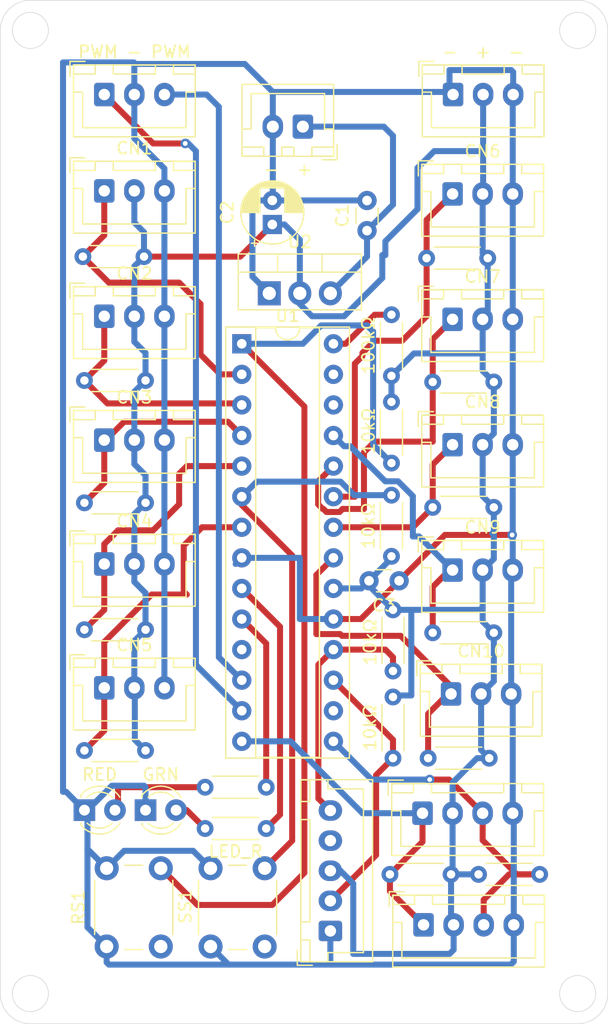
<source format=kicad_pcb>
(kicad_pcb (version 20211014) (generator pcbnew)
  (layers (0 "F.Cu" signal) (31 "B.Cu" signal) (34 "B.Paste" user) (35 "F.Paste" user) (36 "B.SilkS" user "B.Silkscreen") (37 "F.SilkS" user "F.Silkscreen") (38 "B.Mask" user) (39 "F.Mask" user) (44 "Edge.Cuts" user))
  (net 0 "")
  (net 1 "GND")
  (net 2 "Net-(C1-Pad1)")
  (net 3 "+5V")
  (net 4 "Net-(D1-Pad2)")
  (net 5 "Net-(D2-Pad2)")
  (net 6 "SDA")
  (net 7 "SCL")
  (net 8 "AD1")
  (net 9 "AD3")
  (net 10 "AD5")
  (net 11 "AD7")
  (net 12 "AD9")
  (net 13 "PWM1")
  (net 14 "PWM2")
  (net 15 "RX")
  (net 16 "Net-(J11-Pad4)")
  (net 17 "TX")
  (net 18 "AD2")
  (net 19 "AD4")
  (net 20 "AD6")
  (net 21 "AD8")
  (net 22 "AD10")
  (net 23 "RA4")
  (net 24 "MON_LED")
  (net 25 "PWR_LED")
  (net 26 "MCLR")
  (net 27 "PGD_×")
  (net 28 "Net-(U1-Pad27)")
  (net 29 "Net-(U1-Pad26)")
  (net 30 "Net-(U1-Pad11)")
  (net 31 "Net-(U1-Pad16)")
  (footprint "Capacitor_THT:C_Disc_D3.0mm_W1.6mm_P2.50mm" (layer "F.Cu") (at 157.988 87.63 90)
    (fp_text reference "C1")
    (fp_text value "C")
  )
  (footprint "Capacitor_THT:CP_Radial_D5.0mm_P2.00mm" (layer "F.Cu") (at 150.114 87.122 90)
    (fp_text reference "C2")
    (fp_text value "C")
  )
  (footprint "Capacitor_THT:C_Disc_D3.0mm_W1.6mm_P2.50mm" (layer "F.Cu") (at 160.655 116.713 180)
    (fp_text reference "C3")
    (fp_text value "C")
  )
  (footprint "LED_THT:LED_D3.0mm" (layer "F.Cu") (at 134.493 135.763)
    (fp_text reference "RED")
    (fp_text value "LED")
  )
  (footprint "LED_THT:LED_D3.0mm" (layer "F.Cu") (at 139.573 135.763)
    (fp_text reference "GRN")
    (fp_text value "LED")
  )
  (footprint "Connector_JST:JST_XH_B4B-XH-A_1x04_P2.50mm_Vertical" (layer "F.Cu") (at 162.687 145.288)
    (fp_text reference "")
    (fp_text value "Conn_01x04_Female")
  )
  (footprint "Connector_JST:JST_XH_B3B-XH-A_1x03_P2.50mm_Vertical" (layer "F.Cu") (at 136.144 84.328)
    (fp_text reference "CN1")
    (fp_text value "Conn_01x03_Female")
  )
  (footprint "Connector_JST:JST_XH_B3B-XH-A_1x03_P2.50mm_Vertical" (layer "F.Cu") (at 136.144 105.029)
    (fp_text reference "CN3")
    (fp_text value "Conn_01x03_Female")
  )
  (footprint "Connector_JST:JST_XH_B3B-XH-A_1x03_P2.50mm_Vertical" (layer "F.Cu") (at 136.144 125.603)
    (fp_text reference "CN5")
    (fp_text value "Conn_01x03_Female")
  )
  (footprint "Connector_JST:JST_XH_B3B-XH-A_1x03_P2.50mm_Vertical" (layer "F.Cu") (at 165.1 94.996)
    (fp_text reference "CN7")
    (fp_text value "Conn_01x03_Female")
  )
  (footprint "Connector_JST:JST_XH_B3B-XH-A_1x03_P2.50mm_Vertical" (layer "F.Cu") (at 165.1 115.824)
    (fp_text reference "CN9")
    (fp_text value "Conn_01x03_Female")
  )
  (footprint "Connector_JST:JST_XH_B4B-XH-A_1x04_P2.50mm_Vertical" (layer "F.Cu") (at 162.6 136.017)
    (fp_text reference "")
    (fp_text value "Conn_01x04_Female")
  )
  (footprint "Connector_JST:JST_XH_B3B-XH-A_1x03_P2.50mm_Vertical" (layer "F.Cu") (at 165.14 76.327)
    (fp_text reference "-  +  -")
    (fp_text value "Conn_01x03_Female")
  )
  (footprint "Connector_JST:JST_XH_B3B-XH-A_1x03_P2.50mm_Vertical" (layer "F.Cu") (at 136.144 76.327)
    (fp_text reference "PWM - PWM")
    (fp_text value "Conn_01x03_Female")
  )
  (footprint "Connector_JST:JST_XH_B2B-XH-A_1x02_P2.50mm_Vertical" (layer "F.Cu") (at 152.654 78.994 180)
    (fp_text reference "-  +")
    (fp_text value "Conn_01x02_Female")
  )
  (footprint "Connector_JST:JST_XH_B5B-XH-A_1x05_P2.50mm_Vertical" (layer "F.Cu") (at 154.94 145.796 90)
    (fp_text reference "")
    (fp_text value "Conn_01x05_Female")
  )
  (footprint "Connector_JST:JST_XH_B3B-XH-A_1x03_P2.50mm_Vertical" (layer "F.Cu") (at 136.144 94.742)
    (fp_text reference "CN2")
    (fp_text value "Conn_01x03_Female")
  )
  (footprint "Connector_JST:JST_XH_B3B-XH-A_1x03_P2.50mm_Vertical" (layer "F.Cu") (at 136.144 115.316)
    (fp_text reference "CN4")
    (fp_text value "Conn_01x03_Female")
  )
  (footprint "Connector_JST:JST_XH_B3B-XH-A_1x03_P2.50mm_Vertical" (layer "F.Cu") (at 165.1 84.582)
    (fp_text reference "CN6")
    (fp_text value "Conn_01x03_Female")
  )
  (footprint "Connector_JST:JST_XH_B3B-XH-A_1x03_P2.50mm_Vertical" (layer "F.Cu") (at 165.1 105.41)
    (fp_text reference "CN8")
    (fp_text value "Conn_01x03_Female")
  )
  (footprint "Connector_JST:JST_XH_B3B-XH-A_1x03_P2.50mm_Vertical" (layer "F.Cu") (at 164.973 126.111)
    (fp_text reference "CN10")
    (fp_text value "Conn_01x03_Female")
  )
  (footprint "Resistor_THT:R_Axial_DIN0204_L3.6mm_D1.6mm_P5.08mm_Horizontal" (layer "F.Cu") (at 159.893 141.097)
    (fp_text reference "")
    (fp_text value "R")
  )
  (footprint "Resistor_THT:R_Axial_DIN0204_L3.6mm_D1.6mm_P5.08mm_Horizontal" (layer "F.Cu") (at 139.573 130.81 180)
    (fp_text reference "")
    (fp_text value "R")
  )
  (footprint "Resistor_THT:R_Axial_DIN0204_L3.6mm_D1.6mm_P5.08mm_Horizontal" (layer "F.Cu") (at 160.02 114.681 90)
    (fp_text reference "10kΩ")
    (fp_text value "R")
  )
  (footprint "Resistor_THT:R_Axial_DIN0204_L3.6mm_D1.6mm_P5.08mm_Horizontal" (layer "F.Cu") (at 144.526 133.858)
    (fp_text reference "")
    (fp_text value "R")
  )
  (footprint "Resistor_THT:R_Axial_DIN0204_L3.6mm_D1.6mm_P5.08mm_Horizontal" (layer "F.Cu") (at 144.526 137.287)
    (fp_text reference "LED_R")
    (fp_text value "R")
  )
  (footprint "Resistor_THT:R_Axial_DIN0204_L3.6mm_D1.6mm_P5.08mm_Horizontal" (layer "F.Cu") (at 139.573 120.777 180)
    (fp_text reference "")
    (fp_text value "R")
  )
  (footprint "Resistor_THT:R_Axial_DIN0204_L3.6mm_D1.6mm_P5.08mm_Horizontal" (layer "F.Cu") (at 139.573 110.236 180)
    (fp_text reference "")
    (fp_text value "R")
  )
  (footprint "Resistor_THT:R_Axial_DIN0204_L3.6mm_D1.6mm_P5.08mm_Horizontal" (layer "F.Cu") (at 139.573 100.076 180)
    (fp_text reference "")
    (fp_text value "R")
  )
  (footprint "Resistor_THT:R_Axial_DIN0204_L3.6mm_D1.6mm_P5.08mm_Horizontal" (layer "F.Cu") (at 139.446 89.789 180)
    (fp_text reference "")
    (fp_text value "R")
  )
  (footprint "Resistor_THT:R_Axial_DIN0204_L3.6mm_D1.6mm_P5.08mm_Horizontal" (layer "F.Cu") (at 160.02 106.934 90)
    (fp_text reference "10kΩ")
    (fp_text value "R")
  )
  (footprint "Resistor_THT:R_Axial_DIN0204_L3.6mm_D1.6mm_P5.08mm_Horizontal" (layer "F.Cu") (at 160.02 99.695 90)
    (fp_text reference "100kΩ")
    (fp_text value "100kΩ")
  )
  (footprint "Resistor_THT:R_Axial_DIN0204_L3.6mm_D1.6mm_P5.08mm_Horizontal" (layer "F.Cu") (at 168.529 121.031 180)
    (fp_text reference "")
    (fp_text value "R")
  )
  (footprint "Resistor_THT:R_Axial_DIN0204_L3.6mm_D1.6mm_P5.08mm_Horizontal" (layer "F.Cu") (at 168.529 100.203 180)
    (fp_text reference "")
    (fp_text value "R")
  )
  (footprint "Resistor_THT:R_Axial_DIN0204_L3.6mm_D1.6mm_P5.08mm_Horizontal" (layer "F.Cu") (at 168.021 89.916 180)
    (fp_text reference "")
    (fp_text value "R")
  )
  (footprint "Resistor_THT:R_Axial_DIN0204_L3.6mm_D1.6mm_P5.08mm_Horizontal" (layer "F.Cu") (at 168.529 110.617 180)
    (fp_text reference "")
    (fp_text value "R")
  )
  (footprint "Resistor_THT:R_Axial_DIN0204_L3.6mm_D1.6mm_P5.08mm_Horizontal" (layer "F.Cu") (at 163.068 131.445)
    (fp_text reference "")
    (fp_text value "R")
  )
  (footprint "Resistor_THT:R_Axial_DIN0204_L3.6mm_D1.6mm_P5.08mm_Horizontal" (layer "F.Cu") (at 160.147 119.126 -90)
    (fp_text reference "10kΩ")
    (fp_text value "R")
  )
  (footprint "Resistor_THT:R_Axial_DIN0204_L3.6mm_D1.6mm_P5.08mm_Horizontal" (layer "F.Cu") (at 160.147 131.445 90)
    (fp_text reference "10kΩ")
    (fp_text value "R")
  )
  (footprint "Resistor_THT:R_Axial_DIN0204_L3.6mm_D1.6mm_P5.08mm_Horizontal" (layer "F.Cu") (at 172.339 141.097 180)
    (fp_text reference "")
    (fp_text value "R")
  )
  (footprint "Button_Switch_THT:SW_PUSH_6mm" (layer "F.Cu") (at 140.843 140.589 -90)
    (fp_text reference "RS1")
    (fp_text value "SW_Push")
  )
  (footprint "Button_Switch_THT:SW_PUSH_6mm" (layer "F.Cu") (at 149.479 140.589 -90)
    (fp_text reference "SS1")
    (fp_text value "SW_Push")
  )
  (footprint "Package_DIP:DIP-28_W7.62mm_Socket" (layer "F.Cu") (at 147.574 97.028)
    (fp_text reference "U1")
    (fp_text value "TJ3_mein")
  )
  (footprint "Package_TO_SOT_THT:TO-220-3_Vertical" (layer "F.Cu") (at 149.86 92.837)
    (fp_text reference "U2")
    (fp_text value "AMS1117-1.5")
  )
  (gr_line (start 175 153.5) (end 130 153.5) (layer "Edge.Cuts") (width 0.05))
  (gr_circle (center 175.5 71) (end 175.5 72.5) (layer "Edge.Cuts") (width 0.05) (fill none))
  (gr_line (start 130 68.5) (end 175.5 68.5) (layer "Edge.Cuts") (width 0.05))
  (gr_line (start 175 153.5) (end 175.5 153.5) (layer "Edge.Cuts") (width 0.05))
  (gr_circle (center 175.5 151) (end 175.5 149.5) (layer "Edge.Cuts") (width 0.05) (fill none))
  (gr_line (start 127.5 151) (end 127.5 71) (layer "Edge.Cuts") (width 0.05))
  (gr_arc (start 127.5 71) (mid 128.232233 69.232233) (end 130 68.5) (layer "Edge.Cuts") (width 0.05))
  (gr_circle (center 130 71) (end 130 72.5) (layer "Edge.Cuts") (width 0.05) (fill none))
  (gr_line (start 178 71) (end 178 151) (layer "Edge.Cuts") (width 0.05))
  (gr_arc (start 178 151) (mid 177.267767 152.767767) (end 175.5 153.5) (layer "Edge.Cuts") (width 0.05))
  (gr_arc (start 175.5 68.5) (mid 177.267767 69.232233) (end 178 71) (layer "Edge.Cuts") (width 0.05))
  (gr_arc (start 130 153.5) (mid 128.232233 152.767767) (end 127.5 151) (layer "Edge.Cuts") (width 0.05))
  (gr_circle (center 130 151) (end 130 149.5) (layer "Edge.Cuts") (width 0.05) (fill none))
  (segment (start 170.053 112.903) (end 170.053 112.903) (width 0.5) (layer "F.Cu") (net 1))
  (segment (start 157.48 119.888) (end 155.194 119.888) (width 0.5) (layer "F.Cu") (net 1))
  (segment (start 160.655 116.713) (end 164.465 112.903) (width 0.5) (layer "F.Cu") (net 1))
  (segment (start 164.465 112.903) (end 170.053 112.903) (width 0.5) (layer "F.Cu") (net 1))
  (segment (start 160.655 116.713) (end 157.48 119.888) (width 0.5) (layer "F.Cu") (net 1))
  (via (at 170.053 112.903) (size 0.8) (drill 0.4) (layers "F.Cu" "B.Cu") (net 1))
  (segment (start 164.846 74.295) (end 164.846 76.033) (width 0.5) (layer "B.Cu") (net 1))
  (segment (start 152.4 119.888) (end 155.194 119.888) (width 0.5) (layer "B.Cu") (net 1))
  (segment (start 138.644 76.327) (end 138.644 79.97) (width 0.5) (layer "B.Cu") (net 1))
  (segment (start 141.144 84.328) (end 141.144 94.742) (width 0.5) (layer "B.Cu") (net 1))
  (segment (start 148.463 91.44) (end 149.86 92.837) (width 0.5) (layer "B.Cu") (net 1))
  (segment (start 170.187 136.104) (end 170.1 136.017) (width 0.5) (layer "B.Cu") (net 1))
  (segment (start 139.573 134.62) (end 139.573 135.763) (width 0.5) (layer "B.Cu") (net 1))
  (segment (start 170.187 148.343) (end 169.94 148.59) (width 0.5) (layer "B.Cu") (net 1))
  (segment (start 153.289 148.59) (end 146.48 148.59) (width 0.5) (layer "B.Cu") (net 1))
  (segment (start 169.973 74.295) (end 164.846 74.295) (width 0.5) (layer "B.Cu") (net 1))
  (segment (start 169.973 115.951) (end 170.1 115.824) (width 0.5) (layer "B.Cu") (net 1))
  (segment (start 134.747 135.763) (end 136.779 133.731) (width 0.5) (layer "B.Cu") (net 1))
  (segment (start 134.747 135.763) (end 134.747 138.993) (width 0.5) (layer "B.Cu") (net 1))
  (segment (start 164.926 76.113) (end 165.14 76.327) (width 0.5) (layer "B.Cu") (net 1))
  (segment (start 132.969 134.239) (end 134.493 135.763) (width 0.5) (layer "B.Cu") (net 1))
  (segment (start 147.066 115.316) (end 147.574 114.808) (width 0.5) (layer "B.Cu") (net 1))
  (segment (start 132.715 73.66) (end 138.604 73.66) (width 0.5) (layer "B.Cu") (net 1))
  (segment (start 134.747 145.493) (end 136.343 147.089) (width 0.5) (layer "B.Cu") (net 1))
  (segment (start 138.644 73.7) (end 138.731 73.787) (width 0.5) (layer "B.Cu") (net 1))
  (segment (start 141.144 94.742) (end 141.144 105.029) (width 0.5) (layer "B.Cu") (net 1))
  (segment (start 170.1 105.41) (end 170.1 94.996) (width 0.5) (layer "B.Cu") (net 1))
  (segment (start 170.1 115.824) (end 170.1 105.41) (width 0.5) (layer "B.Cu") (net 1))
  (segment (start 136.779 133.731) (end 139.446 133.731) (width 0.5) (layer "B.Cu") (net 1))
  (segment (start 150.154 76.113) (end 164.926 76.113) (width 0.5) (layer "B.Cu") (net 1))
  (segment (start 170.1 126.238) (end 169.973 126.111) (width 0.5) (layer "B.Cu") (net 1))
  (segment (start 152.4 114.808) (end 152.4 119.888) (width 0.5) (layer "B.Cu") (net 1))
  (segment (start 157.98 85.122) (end 157.988 85.13) (width 0.5) (layer "B.Cu") (net 1))
  (segment (start 148.939 85.122) (end 148.463 85.598) (width 0.5) (layer "B.Cu") (net 1))
  (segment (start 150.154 76.113) (end 150.154 78.994) (width 0.5) (layer "B.Cu") (net 1))
  (segment (start 154.94 145.796) (end 154.94 148.463) (width 0.5) (layer "B.Cu") (net 1))
  (segment (start 141.144 115.316) (end 141.144 125.603) (width 0.5) (layer "B.Cu") (net 1))
  (segment (start 134.747 145.493) (end 134.747 138.993) (width 0.5) (layer "B.Cu") (net 1))
  (segment (start 138.644 79.97) (end 141.144 82.47) (width 0.5) (layer "B.Cu") (net 1))
  (segment (start 138.604 73.66) (end 138.644 73.7) (width 0.5) (layer "B.Cu") (net 1))
  (segment (start 169.973 126.111) (end 169.973 115.951) (width 0.5) (layer "B.Cu") (net 1))
  (segment (start 143.528999 139.138999) (end 144.979 140.589) (width 0.5) (layer "B.Cu") (net 1))
  (segment (start 134.747 138.993) (end 136.343 140.589) (width 0.5) (layer "B.Cu") (net 1))
  (segment (start 136.343 147.089) (end 136.343 148.408) (width 0.5) (layer "B.Cu") (net 1))
  (segment (start 136.343 140.589) (end 137.793001 139.138999) (width 0.5) (layer "B.Cu") (net 1))
  (segment (start 139.446 133.731) (end 139.573 133.858) (width 0.5) (layer "B.Cu") (net 1))
  (segment (start 155.067 148.59) (end 153.289 148.59) (width 0.5) (layer "B.Cu") (net 1))
  (segment (start 134.747 135.763) (end 134.239 135.763) (width 0.5) (layer "B.Cu") (net 1))
  (segment (start 138.731 73.787) (end 147.828 73.787) (width 0.5) (layer "B.Cu") (net 1))
  (segment (start 170.1 94.996) (end 170.1 84.582) (width 0.5) (layer "B.Cu") (net 1))
  (segment (start 150.154 85.082) (end 150.114 85.122) (width 0.5) (layer "B.Cu") (net 1))
  (segment (start 150.114 85.122) (end 157.98 85.122) (width 0.5) (layer "B.Cu") (net 1))
  (segment (start 141.144 105.029) (end 141.144 115.316) (width 0.5) (layer "B.Cu") (net 1))
  (segment (start 132.715 134.239) (end 132.969 134.239) (width 0.5) (layer "B.Cu") (net 1))
  (segment (start 132.715 134.239) (end 132.715 73.66) (width 0.5) (layer "B.Cu") (net 1))
  (segment (start 164.846 76.033) (end 165.14 76.327) (width 0.5) (layer "B.Cu") (net 1))
  (segment (start 147.574 114.808) (end 152.4 114.808) (width 0.5) (layer "B.Cu") (net 1))
  (segment (start 170.1 84.582) (end 170.1 76.367) (width 0.5) (layer "B.Cu") (net 1))
  (segment (start 148.463 85.598) (end 148.463 91.44) (width 0.5) (layer "B.Cu") (net 1))
  (segment (start 169.94 148.59) (end 155.067 148.59) (width 0.5) (layer "B.Cu") (net 1))
  (segment (start 170.1 76.367) (end 170.14 76.327) (width 0.5) (layer "B.Cu") (net 1))
  (segment (start 137.793001 139.138999) (end 143.528999 139.138999) (width 0.5) (layer "B.Cu") (net 1))
  (segment (start 136.525 148.59) (end 136.343 148.408) (width 0.5) (layer "B.Cu") (net 1))
  (segment (start 134.493 135.763) (end 134.747 135.763) (width 0.5) (layer "B.Cu") (net 1))
  (segment (start 138.644 76.327) (end 138.644 73.7) (width 0.5) (layer "B.Cu") (net 1))
  (segment (start 170.187 145.288) (end 170.187 136.104) (width 0.5) (layer "B.Cu") (net 1))
  (segment (start 150.114 85.122) (end 148.939 85.122) (width 0.5) (layer "B.Cu") (net 1))
  (segment (start 170.187 145.288) (end 170.187 148.343) (width 0.5) (layer "B.Cu") (net 1))
  (segment (start 154.94 148.463) (end 155.067 148.59) (width 0.5) (layer "B.Cu") (net 1))
  (segment (start 146.48 148.59) (end 136.525 148.59) (width 0.5) (layer "B.Cu") (net 1))
  (segment (start 150.154 78.994) (end 150.154 85.082) (width 0.5) (layer "B.Cu") (net 1))
  (segment (start 170.1 136.017) (end 170.1 126.238) (width 0.5) (layer "B.Cu") (net 1))
  (segment (start 139.573 133.858) (end 139.573 134.62) (width 0.5) (layer "B.Cu") (net 1))
  (segment (start 147.828 73.787) (end 150.154 76.113) (width 0.5) (layer "B.Cu") (net 1))
  (segment (start 146.48 148.59) (end 144.979 147.089) (width 0.5) (layer "B.Cu") (net 1))
  (segment (start 141.144 82.47) (end 141.144 84.328) (width 0.5) (layer "B.Cu") (net 1))
  (segment (start 170.14 74.462) (end 169.973 74.295) (width 0.5) (layer "B.Cu") (net 1))
  (segment (start 170.14 76.327) (end 170.14 74.462) (width 0.5) (layer "B.Cu") (net 1))
  (segment (start 157.988 89.789) (end 154.94 92.837) (width 0.5) (layer "B.Cu") (net 2))
  (segment (start 152.654 78.994) (end 159.385 78.994) (width 0.5) (layer "B.Cu") (net 2))
  (segment (start 157.988 87.63) (end 157.988 89.789) (width 0.5) (layer "B.Cu") (net 2))
  (segment (start 159.385 78.994) (end 160.147 79.756) (width 0.5) (layer "B.Cu") (net 2))
  (segment (start 160.147 79.756) (end 160.147 85.471) (width 0.5) (layer "B.Cu") (net 2))
  (segment (start 160.147 85.471) (end 157.988 87.63) (width 0.5) (layer "B.Cu") (net 2))
  (segment (start 147.447 89.789) (end 150.114 87.122) (width 0.5) (layer "F.Cu") (net 3))
  (segment (start 139.446 89.789) (end 147.447 89.789) (width 0.5) (layer "F.Cu") (net 3))
  (segment (start 159.512 89.662) (end 159.512 88.519) (width 0.5) (layer "B.Cu") (net 3))
  (segment (start 139.573 107.95) (end 138.644 107.021) (width 0.5) (layer "B.Cu") (net 3))
  (segment (start 167.473 126.111) (end 167.473 130.77) (width 0.5) (layer "B.Cu") (net 3))
  (segment (start 167.64 84.542) (end 167.6 84.582) (width 0.5) (layer "B.Cu") (net 3))
  (segment (start 158.155 117.134) (end 160.147 119.126) (width 0.5) (layer "B.Cu") (net 3))
  (segment (start 167.6 99.274) (end 168.529 100.203) (width 0.5) (layer "B.Cu") (net 3))
  (segment (start 167.64 81.026) (end 167.64 84.542) (width 0.5) (layer "B.Cu") (net 3))
  (segment (start 139.573 110.236) (end 139.573 107.95) (width 0.5) (layer "B.Cu") (net 3))
  (segment (start 167.6 89.495) (end 168.021 89.916) (width 0.5) (layer "B.Cu") (net 3))
  (segment (start 164.973 141.097) (end 167.259 141.097) (width 0.5) (layer "B.Cu") (net 3))
  (segment (start 168.529 100.203) (end 168.529 104.481) (width 0.5) (layer "B.Cu") (net 3))
  (segment (start 167.473 130.77) (end 168.148 131.445) (width 0.5) (layer "B.Cu") (net 3))
  (segment (start 155.782 140.796) (end 156.845 141.859) (width 0.5) (layer "B.Cu") (net 3))
  (segment (start 167.6 109.688) (end 168.529 110.617) (width 0.5) (layer "B.Cu") (net 3))
  (segment (start 168.529 112.903) (end 168.529 114.895) (width 0.5) (layer "B.Cu") (net 3))
  (segment (start 160.274 126.238) (end 160.147 126.365) (width 0.5) (layer "B.Cu") (net 3))
  (segment (start 168.529 110.617) (end 168.529 112.903) (width 0.5) (layer "B.Cu") (net 3))
  (segment (start 138.644 121.706) (end 139.573 120.777) (width 0.5) (layer "B.Cu") (net 3))
  (segment (start 138.644 125.603) (end 138.644 121.706) (width 0.5) (layer "B.Cu") (net 3))
  (segment (start 138.644 101.005) (end 139.573 100.076) (width 0.5) (layer "B.Cu") (net 3))
  (segment (start 161.671 119.126) (end 167.386 119.126) (width 0.5) (layer "B.Cu") (net 3))
  (segment (start 162.179 85.852) (end 162.179 82.423) (width 0.5) (layer "B.Cu") (net 3))
  (segment (start 138.644 116.8) (end 138.644 115.316) (width 0.5) (layer "B.Cu") (net 3))
  (segment (start 164.973 145.074) (end 165.187 145.288) (width 0.5) (layer "B.Cu") (net 3))
  (segment (start 167.386 119.126) (end 167.6 118.912) (width 0.5) (layer "B.Cu") (net 3))
  (segment (start 151.13 87.122) (end 152.4 88.392) (width 0.5) (layer "B.Cu") (net 3))
  (segment (start 138.684 125.643) (end 138.644 125.603) (width 0.5) (layer "B.Cu") (net 3))
  (segment (start 139.446 87.757) (end 138.644 86.955) (width 0.5) (layer "B.Cu") (net 3))
  (segment (start 164.973 141.097) (end 164.973 145.074) (width 0.5) (layer "B.Cu") (net 3))
  (segment (start 167.132 131.445) (end 165.1 133.477) (width 0.5) (layer "B.Cu") (net 3))
  (segment (start 138.684 129.921) (end 138.684 125.643) (width 0.5) (layer "B.Cu") (net 3))
  (segment (start 153.416 94.742) (end 156.083 94.742) (width 0.5) (layer "B.Cu") (net 3))
  (segment (start 160.02 101.854) (end 160.02 99.695) (width 0.5) (layer "B.Cu") (net 3))
  (segment (start 138.644 105.029) (end 138.644 101.005) (width 0.5) (layer "B.Cu") (net 3))
  (segment (start 165.1 140.97) (end 164.973 141.097) (width 0.5) (layer "B.Cu") (net 3))
  (segment (start 156.845 147.701) (end 164.846 147.701) (width 0.5) (layer "B.Cu") (net 3))
  (segment (start 167.6 105.41) (end 167.6 109.688) (width 0.5) (layer "B.Cu") (net 3))
  (segment (start 168.402 112.776) (end 168.529 112.903) (width 0.5) (layer "B.Cu") (net 3))
  (segment (start 139.573 120.777) (end 139.573 117.729) (width 0.5) (layer "B.Cu") (net 3))
  (segment (start 157.52 117.348) (end 158.155 116.713) (width 0.5) (layer "B.Cu") (net 3))
  (segment (start 168.529 125.055) (end 167.473 126.111) (width 0.5) (layer "B.Cu") (net 3))
  (segment (start 139.446 89.789) (end 139.446 87.757) (width 0.5) (layer "B.Cu") (net 3))
  (segment (start 139.573 100.076) (end 139.573 97.79) (width 0.5) (layer "B.Cu") (net 3))
  (segment (start 138.644 96.861) (end 138.644 94.742) (width 0.5) (layer "B.Cu") (net 3))
  (segment (start 152.4 92.837) (end 152.4 93.726) (width 0.5) (layer "B.Cu") (net 3))
  (segment (start 161.671 119.126) (end 161.671 126.238) (width 0.5) (layer "B.Cu") (net 3))
  (segment (start 167.6 115.824) (end 167.6 118.912) (width 0.5) (layer "B.Cu") (net 3))
  (segment (start 167.64 76.327) (end 167.64 81.026) (width 0.5) (layer "B.Cu") (net 3))
  (segment (start 156.083 94.742) (end 159.258 91.567) (width 0.5) (layer "B.Cu") (net 3))
  (segment (start 160.147 119.126) (end 161.671 119.126) (width 0.5) (layer "B.Cu") (net 3))
  (segment (start 138.644 94.742) (end 138.644 90.591) (width 0.5) (layer "B.Cu") (net 3))
  (segment (start 164.846 147.701) (end 165.187 147.36) (width 0.5) (layer "B.Cu") (net 3))
  (segment (start 160.02 114.3) (end 160.02 114.848) (width 0.5) (layer "B.Cu") (net 3))
  (segment (start 168.021 89.916) (end 168.021 94.575) (width 0.5) (layer "B.Cu") (net 3))
  (segment (start 168.529 114.895) (end 167.6 115.824) (width 0.5) (layer "B.Cu") (net 3))
  (segment (start 138.644 90.591) (end 139.446 89.789) (width 0.5) (layer "B.Cu") (net 3))
  (segment (start 165.1 133.477) (end 165.1 136.017) (width 0.5) (layer "B.Cu") (net 3))
  (segment (start 138.644 111.165) (end 139.573 110.236) (width 0.5) (layer "B.Cu") (net 3))
  (segment (start 167.6 84.582) (end 167.6 89.495) (width 0.5) (layer "B.Cu") (net 3))
  (segment (start 167.6 120.102) (end 168.529 121.031) (width 0.5) (layer "B.Cu") (net 3))
  (segment (start 139.573 97.79) (end 138.644 96.861) (width 0.5) (layer "B.Cu") (net 3))
  (segment (start 168.529 104.481) (end 167.6 105.41) (width 0.5) (layer "B.Cu") (net 3))
  (segment (start 152.4 93.726) (end 153.416 94.742) (width 0.5) (layer "B.Cu") (net 3))
  (segment (start 160.02 99.695) (end 161.885 97.83) (width 0.5) (layer "B.Cu") (net 3))
  (segment (start 139.573 117.729) (end 138.644 116.8) (width 0.5) (layer "B.Cu") (net 3))
  (segment (start 150.114 87.122) (end 151.13 87.122) (width 0.5) (layer "B.Cu") (net 3))
  (segment (start 168.529 121.031) (end 168.529 125.055) (width 0.5) (layer "B.Cu") (net 3))
  (segment (start 138.644 115.316) (end 138.644 111.165) (width 0.5) (layer "B.Cu") (net 3))
  (segment (start 162.179 82.423) (end 163.576 81.026) (width 0.5) (layer "B.Cu") (net 3))
  (segment (start 154.94 140.796) (end 155.782 140.796) (width 0.5) (layer "B.Cu") (net 3))
  (segment (start 161.671 126.238) (end 160.274 126.238) (width 0.5) (layer "B.Cu") (net 3))
  (segment (start 160.02 114.848) (end 158.155 116.713) (width 0.5) (layer "B.Cu") (net 3))
  (segment (start 161.885 97.83) (end 167.6 97.83) (width 0.5) (layer "B.Cu") (net 3))
  (segment (start 167.6 118.912) (end 167.6 120.102) (width 0.5) (layer "B.Cu") (net 3))
  (segment (start 138.644 107.021) (end 138.644 105.029) (width 0.5) (layer "B.Cu") (net 3))
  (segment (start 156.845 141.859) (end 156.845 147.701) (width 0.5) (layer "B.Cu") (net 3))
  (segment (start 168.021 94.575) (end 167.6 94.996) (width 0.5) (layer "B.Cu") (net 3))
  (segment (start 138.644 86.955) (end 138.644 84.328) (width 0.5) (layer "B.Cu") (net 3))
  (segment (start 139.573 130.81) (end 138.684 129.921) (width 0.5) (layer "B.Cu") (net 3))
  (segment (start 167.6 94.996) (end 167.6 97.83) (width 0.5) (layer "B.Cu") (net 3))
  (segment (start 163.576 81.026) (end 167.64 81.026) (width 0.5) (layer "B.Cu") (net 3))
  (segment (start 165.187 147.36) (end 165.187 145.288) (width 0.5) (layer "B.Cu") (net 3))
  (segment (start 158.155 116.713) (end 158.155 117.134) (width 0.5) (layer "B.Cu") (net 3))
  (segment (start 152.4 88.392) (end 152.4 92.837) (width 0.5) (layer "B.Cu") (net 3))
  (segment (start 168.148 131.445) (end 167.132 131.445) (width 0.5) (layer "B.Cu") (net 3))
  (segment (start 159.512 88.519) (end 162.179 85.852) (width 0.5) (layer "B.Cu") (net 3))
  (segment (start 159.258 89.662) (end 159.512 89.662) (width 0.5) (layer "B.Cu") (net 3))
  (segment (start 165.1 136.017) (end 165.1 140.97) (width 0.5) (layer "B.Cu") (net 3))
  (segment (start 155.194 117.348) (end 157.52 117.348) (width 0.5) (layer "B.Cu") (net 3))
  (segment (start 159.258 91.567) (end 159.258 89.662) (width 0.5) (layer "B.Cu") (net 3))
  (segment (start 167.6 97.83) (end 167.6 99.274) (width 0.5) (layer "B.Cu") (net 3))
  (segment (start 137.287 135.763) (end 137.287 133.858) (width 0.5) (layer "F.Cu") (net 4))
  (segment (start 137.287 133.858) (end 144.526 133.858) (width 0.5) (layer "F.Cu") (net 4))
  (segment (start 144.526 133.731) (end 144.145 133.731) (width 0.5) (layer "F.Cu") (net 4))
  (segment (start 142.113 135.763) (end 143.002 135.763) (width 0.5) (layer "F.Cu") (net 5))
  (segment (start 143.002 135.763) (end 144.526 137.287) (width 0.5) (layer "F.Cu") (net 5))
  (segment (start 163.195 133.223) (end 163.068 133.223) (width 0.5) (layer "F.Cu") (net 6))
  (segment (start 167.6 136.017) (end 167.6 138.263) (width 0.5) (layer "F.Cu") (net 6))
  (segment (start 169.799 141.097) (end 167.687 143.209) (width 0.5) (layer "F.Cu") (net 6))
  (segment (start 167.6 138.263) (end 170.434 141.097) (width 0.5) (layer "F.Cu") (net 6))
  (segment (start 164.806 133.223) (end 163.195 133.223) (width 0.5) (layer "F.Cu") (net 6))
  (segment (start 170.434 141.097) (end 172.339 141.097) (width 0.5) (layer "F.Cu") (net 6))
  (segment (start 172.339 141.097) (end 169.799 141.097) (width 0.5) (layer "F.Cu") (net 6))
  (segment (start 167.687 143.209) (end 167.687 145.288) (width 0.5) (layer "F.Cu") (net 6))
  (segment (start 167.6 136.017) (end 164.806 133.223) (width 0.5) (layer "F.Cu") (net 6))
  (via (at 163.195 133.223) (size 0.8) (drill 0.4) (layers "F.Cu" "B.Cu") (net 6))
  (segment (start 158.369 133.223) (end 163.195 133.223) (width 0.5) (layer "B.Cu") (net 6))
  (segment (start 155.194 130.048) (end 158.369 133.223) (width 0.5) (layer "B.Cu") (net 6))
  (segment (start 162.6 138.39) (end 159.893 141.097) (width 0.5) (layer "F.Cu") (net 7))
  (segment (start 159.893 141.097) (end 159.893 142.494) (width 0.5) (layer "F.Cu") (net 7))
  (segment (start 162.6 136.017) (end 162.6 138.39) (width 0.5) (layer "F.Cu") (net 7))
  (segment (start 159.893 142.494) (end 162.687 145.288) (width 0.5) (layer "F.Cu") (net 7))
  (segment (start 162.433 136.184) (end 162.6 136.017) (width 0.5) (layer "B.Cu") (net 7))
  (segment (start 162.433 145.034) (end 162.687 145.288) (width 0.5) (layer "B.Cu") (net 7))
  (segment (start 147.574 130.048) (end 151.638 130.048) (width 0.5) (layer "B.Cu") (net 7))
  (segment (start 157.607 136.017) (end 162.6 136.017) (width 0.5) (layer "B.Cu") (net 7))
  (segment (start 151.638 130.048) (end 157.607 136.017) (width 0.5) (layer "B.Cu") (net 7))
  (segment (start 144.145 93.726) (end 144.145 97.917) (width 0.5) (layer "F.Cu") (net 8))
  (segment (start 142.367 91.948) (end 144.145 93.726) (width 0.5) (layer "F.Cu") (net 8))
  (segment (start 145.796 99.568) (end 147.574 99.568) (width 0.5) (layer "F.Cu") (net 8))
  (segment (start 134.366 89.789) (end 136.525 91.948) (width 0.5) (layer "F.Cu") (net 8))
  (segment (start 136.144 84.328) (end 136.144 88.011) (width 0.5) (layer "F.Cu") (net 8))
  (segment (start 136.525 91.948) (end 142.367 91.948) (width 0.5) (layer "F.Cu") (net 8))
  (segment (start 136.144 88.011) (end 134.366 89.789) (width 0.5) (layer "F.Cu") (net 8))
  (segment (start 144.145 97.917) (end 145.796 99.568) (width 0.5) (layer "F.Cu") (net 8))
  (segment (start 146.431 103.505) (end 147.574 104.648) (width 0.5) (layer "F.Cu") (net 9))
  (segment (start 137.795 103.505) (end 146.431 103.505) (width 0.5) (layer "F.Cu") (net 9))
  (segment (start 136.144 105.029) (end 136.271 105.029) (width 0.5) (layer "F.Cu") (net 9))
  (segment (start 136.144 108.585) (end 134.493 110.236) (width 0.5) (layer "F.Cu") (net 9))
  (segment (start 136.144 105.029) (end 136.144 108.585) (width 0.5) (layer "F.Cu") (net 9))
  (segment (start 136.271 105.029) (end 137.795 103.505) (width 0.5) (layer "F.Cu") (net 9))
  (segment (start 136.144 125.603) (end 136.144 121.793) (width 0.5) (layer "F.Cu") (net 10))
  (segment (start 144.272 112.268) (end 147.574 112.268) (width 0.5) (layer "F.Cu") (net 10))
  (segment (start 136.144 129.159) (end 134.493 130.81) (width 0.5) (layer "F.Cu") (net 10))
  (segment (start 143.002 117.856) (end 142.748 117.602) (width 0.5) (layer "F.Cu") (net 10))
  (segment (start 142.748 117.602) (end 142.748 113.792) (width 0.5) (layer "F.Cu") (net 10))
  (segment (start 136.144 121.793) (end 140.081 117.856) (width 0.5) (layer "F.Cu") (net 10))
  (segment (start 142.748 113.792) (end 144.272 112.268) (width 0.5) (layer "F.Cu") (net 10))
  (segment (start 136.144 125.603) (end 136.144 129.159) (width 0.5) (layer "F.Cu") (net 10))
  (segment (start 140.081 117.856) (end 143.002 117.856) (width 0.5) (layer "F.Cu") (net 10))
  (segment (start 163.449 96.647) (end 165.1 94.996) (width 0.5) (layer "F.Cu") (net 11))
  (segment (start 157.734 106.045) (end 158.623 105.156) (width 0.5) (layer "F.Cu") (net 11))
  (segment (start 155.956 110.744) (end 155.702 110.998) (width 0.5) (layer "F.Cu") (net 11))
  (segment (start 154.305 110.744) (end 153.924 110.363) (width 0.5) (layer "F.Cu") (net 11))
  (segment (start 153.924 110.363) (end 153.924 108.458) (width 0.5) (layer "F.Cu") (net 11))
  (segment (start 157.734 110.744) (end 157.734 106.045) (width 0.5) (layer "F.Cu") (net 11))
  (segment (start 158.623 105.156) (end 163.449 105.156) (width 0.5) (layer "F.Cu") (net 11))
  (segment (start 163.449 100.203) (end 163.449 105.156) (width 0.5) (layer "F.Cu") (net 11))
  (segment (start 154.613998 110.998) (end 154.359998 110.744) (width 0.5) (layer "F.Cu") (net 11))
  (segment (start 163.449 100.203) (end 163.449 96.647) (width 0.5) (layer "F.Cu") (net 11))
  (segment (start 153.924 108.458) (end 155.194 107.188) (width 0.5) (layer "F.Cu") (net 11))
  (segment (start 155.702 110.998) (end 154.613998 110.998) (width 0.5) (layer "F.Cu") (net 11))
  (segment (start 155.956 110.744) (end 157.734 110.744) (width 0.5) (layer "F.Cu") (net 11))
  (segment (start 154.359998 110.744) (end 154.305 110.744) (width 0.5) (layer "F.Cu") (net 11))
  (segment (start 165.1 115.824) (end 164.846 115.824) (width 0.5) (layer "F.Cu") (net 12))
  (segment (start 164.846 115.824) (end 163.449 117.221) (width 0.5) (layer "F.Cu") (net 12))
  (segment (start 163.449 117.221) (end 163.449 121.031) (width 0.5) (layer "F.Cu") (net 12))
  (segment (start 155.194 104.648) (end 156.083 105.537) (width 0.5) (layer "B.Cu") (net 12))
  (segment (start 156.591 105.537) (end 159.504999 108.450999) (width 0.5) (layer "B.Cu") (net 12))
  (segment (start 159.504999 108.450999) (end 160.572001 108.450999) (width 0.5) (layer "B.Cu") (net 12))
  (segment (start 161.798 113.03) (end 162.306 113.03) (width 0.5) (layer "B.Cu") (net 12))
  (segment (start 162.306 113.03) (end 165.1 115.824) (width 0.5) (layer "B.Cu") (net 12))
  (segment (start 161.798 109.676998) (end 161.798 113.03) (width 0.5) (layer "B.Cu") (net 12))
  (segment (start 156.083 105.537) (end 156.591 105.537) (width 0.5) (layer "B.Cu") (net 12))
  (segment (start 160.572001 108.450999) (end 161.798 109.676998) (width 0.5) (layer "B.Cu") (net 12))
  (segment (start 145.669 77.343) (end 145.669 123.063) (width 0.5) (layer "B.Cu") (net 13))
  (segment (start 141.144 76.327) (end 144.653 76.327) (width 0.5) (layer "B.Cu") (net 13))
  (segment (start 145.669 123.063) (end 147.574 124.968) (width 0.5) (layer "B.Cu") (net 13))
  (segment (start 144.653 76.327) (end 145.669 77.343) (width 0.5) (layer "B.Cu") (net 13))
  (segment (start 142.875 80.391) (end 142.875 80.391) (width 0.5) (layer "F.Cu") (net 14))
  (segment (start 140.208 80.391) (end 142.875 80.391) (width 0.5) (layer "F.Cu") (net 14))
  (segment (start 136.144 76.327) (end 140.208 80.391) (width 0.5) (layer "F.Cu") (net 14))
  (via (at 142.875 80.391) (size 0.8) (drill 0.4) (layers "F.Cu" "B.Cu") (net 14))
  (segment (start 147.574 127.508) (end 143.764 123.698) (width 0.5) (layer "B.Cu") (net 14))
  (segment (start 143.764 81.026) (end 143.002 80.264) (width 0.5) (layer "B.Cu") (net 14))
  (segment (start 143.764 123.698) (end 143.764 81.026) (width 0.5) (layer "B.Cu") (net 14))
  (segment (start 160.147 124.206) (end 160.147 123.063) (width 0.5) (layer "F.Cu") (net 15))
  (segment (start 160.147 123.063) (end 159.512 122.428) (width 0.5) (layer "F.Cu") (net 15))
  (segment (start 155.194 122.428) (end 153.943999 123.678001) (width 0.5) (layer "F.Cu") (net 15))
  (segment (start 153.943999 134.799999) (end 154.94 135.796) (width 0.5) (layer "F.Cu") (net 15))
  (segment (start 153.943999 123.678001) (end 153.943999 134.799999) (width 0.5) (layer "F.Cu") (net 15))
  (segment (start 159.512 122.428) (end 155.194 122.428) (width 0.5) (layer "F.Cu") (net 15))
  (segment (start 160.147 129.921) (end 155.194 124.968) (width 0.5) (layer "F.Cu") (net 17))
  (segment (start 160.147 131.445) (end 160.147 129.921) (width 0.5) (layer "F.Cu") (net 17))
  (segment (start 158.742999 139.493001) (end 154.94 143.296) (width 0.5) (layer "F.Cu") (net 17))
  (segment (start 160.147 131.445) (end 158.742999 132.849001) (width 0.5) (layer "F.Cu") (net 17))
  (segment (start 158.742999 132.849001) (end 158.742999 139.493001) (width 0.5) (layer "F.Cu") (net 17))
  (segment (start 136.144 94.742) (end 136.144 98.425) (width 0.5) (layer "F.Cu") (net 18))
  (segment (start 136.144 98.425) (end 134.493 100.076) (width 0.5) (layer "F.Cu") (net 18))
  (segment (start 147.447 101.981) (end 147.574 102.108) (width 0.5) (layer "F.Cu") (net 18))
  (segment (start 134.493 100.076) (end 136.398 101.981) (width 0.5) (layer "F.Cu") (net 18))
  (segment (start 136.398 101.981) (end 147.447 101.981) (width 0.5) (layer "F.Cu") (net 18))
  (segment (start 136.144 119.126) (end 134.493 120.777) (width 0.5) (layer "F.Cu") (net 19))
  (segment (start 140.208 112.522) (end 142.367 110.363) (width 0.5) (layer "F.Cu") (net 19))
  (segment (start 136.144 113.665) (end 137.287 112.522) (width 0.5) (layer "F.Cu") (net 19))
  (segment (start 142.367 110.363) (end 142.367 107.823) (width 0.5) (layer "F.Cu") (net 19))
  (segment (start 136.144 115.316) (end 136.144 119.126) (width 0.5) (layer "F.Cu") (net 19))
  (segment (start 137.287 112.522) (end 140.208 112.522) (width 0.5) (layer "F.Cu") (net 19))
  (segment (start 142.367 107.823) (end 143.002 107.188) (width 0.5) (layer "F.Cu") (net 19))
  (segment (start 143.002 107.188) (end 147.574 107.188) (width 0.5) (layer "F.Cu") (net 19))
  (segment (start 136.144 115.316) (end 136.144 113.665) (width 0.5) (layer "F.Cu") (net 19))
  (segment (start 156.972 98.679) (end 156.972 109.728) (width 0.5) (layer "F.Cu") (net 20))
  (segment (start 160.909 96.774) (end 158.623 96.774) (width 0.5) (layer "F.Cu") (net 20))
  (segment (start 157.607 98.044) (end 156.972 98.679) (width 0.5) (layer "F.Cu") (net 20))
  (segment (start 162.941 86.741) (end 165.1 84.582) (width 0.5) (layer "F.Cu") (net 20))
  (segment (start 162.941 94.742) (end 160.909 96.774) (width 0.5) (layer "F.Cu") (net 20))
  (segment (start 157.607 97.79) (end 157.607 98.044) (width 0.5) (layer "F.Cu") (net 20))
  (segment (start 158.623 96.774) (end 157.607 97.79) (width 0.5) (layer "F.Cu") (net 20))
  (segment (start 162.941 89.916) (end 162.941 86.741) (width 0.5) (layer "F.Cu") (net 20))
  (segment (start 162.941 89.916) (end 162.941 94.742) (width 0.5) (layer "F.Cu") (net 20))
  (segment (start 155.194 109.728) (end 156.972 109.728) (width 0.5) (layer "F.Cu") (net 20))
  (segment (start 163.449 107.061) (end 165.1 105.41) (width 0.5) (layer "F.Cu") (net 21))
  (segment (start 155.194 112.268) (end 161.798 112.268) (width 0.5) (layer "F.Cu") (net 21))
  (segment (start 161.798 112.268) (end 163.449 110.617) (width 0.5) (layer "F.Cu") (net 21))
  (segment (start 163.449 110.617) (end 163.449 107.061) (width 0.5) (layer "F.Cu") (net 21))
  (segment (start 160.782 121.285) (end 155.901002 121.285) (width 0.5) (layer "F.Cu") (net 22))
  (segment (start 164.973 125.476) (end 160.782 121.285) (width 0.5) (layer "F.Cu") (net 22))
  (segment (start 163.068 127.762) (end 163.068 131.445) (width 0.5) (layer "F.Cu") (net 22))
  (segment (start 164.973 126.111) (end 164.973 125.476) (width 0.5) (layer "F.Cu") (net 22))
  (segment (start 153.777001 116.224999) (end 155.194 114.808) (width 0.5) (layer "F.Cu") (net 22))
  (segment (start 155.901002 121.285) (end 155.754003 121.138001) (width 0.5) (layer "F.Cu") (net 22))
  (segment (start 153.777001 121.138001) (end 153.777001 116.224999) (width 0.5) (layer "F.Cu") (net 22))
  (segment (start 155.754003 121.138001) (end 153.777001 121.138001) (width 0.5) (layer "F.Cu") (net 22))
  (segment (start 164.719 126.111) (end 163.068 127.762) (width 0.5) (layer "F.Cu") (net 22))
  (segment (start 164.973 126.111) (end 164.719 126.111) (width 0.5) (layer "F.Cu") (net 22))
  (segment (start 149.479 140.589) (end 151.765 138.303) (width 0.5) (layer "F.Cu") (net 23))
  (segment (start 147.574 110.417998) (end 147.574 109.728) (width 0.5) (layer "F.Cu") (net 23))
  (segment (start 151.765 114.608998) (end 147.574 110.417998) (width 0.5) (layer "F.Cu") (net 23))
  (segment (start 151.765 138.303) (end 151.765 114.608998) (width 0.5) (layer "F.Cu") (net 23))
  (segment (start 148.824001 108.477999) (end 147.574 109.728) (width 0.5) (layer "B.Cu") (net 23))
  (segment (start 160.02 109.601) (end 156.917002 109.601) (width 0.5) (layer "B.Cu") (net 23))
  (segment (start 156.917002 109.601) (end 155.794001 108.477999) (width 0.5) (layer "B.Cu") (net 23))
  (segment (start 155.794001 108.477999) (end 148.824001 108.477999) (width 0.5) (layer "B.Cu") (net 23))
  (segment (start 147.574 119.888) (end 149.606 121.92) (width 0.5) (layer "F.Cu") (net 24))
  (segment (start 149.606 121.92) (end 149.606 133.858) (width 0.5) (layer "F.Cu") (net 24))
  (segment (start 150.756001 136.136999) (end 150.756001 120.530001) (width 0.5) (layer "F.Cu") (net 25))
  (segment (start 149.606 137.287) (end 150.756001 136.136999) (width 0.5) (layer "F.Cu") (net 25))
  (segment (start 150.756001 120.530001) (end 147.574 117.348) (width 0.5) (layer "F.Cu") (net 25))
  (segment (start 143.891 143.637) (end 140.843 140.589) (width 0.5) (layer "F.Cu") (net 26))
  (segment (start 150.114 143.637) (end 143.891 143.637) (width 0.5) (layer "F.Cu") (net 26))
  (segment (start 147.574 97.028) (end 152.781 102.235) (width 0.5) (layer "F.Cu") (net 26))
  (segment (start 152.781 102.235) (end 152.781 140.97) (width 0.5) (layer "F.Cu") (net 26))
  (segment (start 152.781 140.97) (end 150.114 143.637) (width 0.5) (layer "F.Cu") (net 26))
  (segment (start 158.496 105.41) (end 160.02 106.934) (width 0.5) (layer "B.Cu") (net 26))
  (segment (start 154.178 95.504) (end 157.988 95.504) (width 0.5) (layer "B.Cu") (net 26))
  (segment (start 152.654 97.028) (end 154.178 95.504) (width 0.5) (layer "B.Cu") (net 26))
  (segment (start 158.496 96.012) (end 158.496 105.41) (width 0.5) (layer "B.Cu") (net 26))
  (segment (start 157.988 95.504) (end 158.496 96.012) (width 0.5) (layer "B.Cu") (net 26))
  (segment (start 147.574 97.028) (end 152.654 97.028) (width 0.5) (layer "B.Cu") (net 26))
  (segment (start 156.21 97.028) (end 155.194 97.028) (width 0.5) (layer "F.Cu") (net 27))
  (segment (start 160.02 94.615) (end 158.623 94.615) (width 0.5) (layer "F.Cu") (net 27))
  (segment (start 158.623 94.615) (end 156.21 97.028) (width 0.5) (layer "F.Cu") (net 27))
)
</source>
